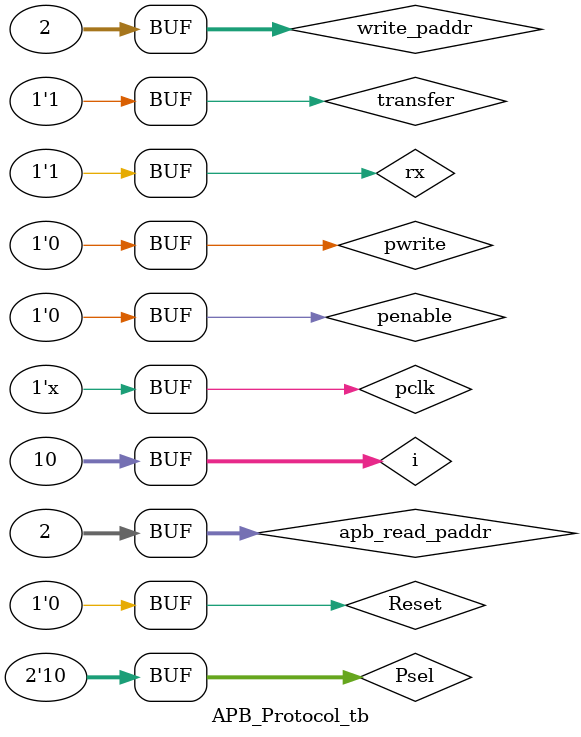
<source format=v>
`include "APB_Protocol.v"

`timescale 1ns/1ns

module APB_Protocol_tb;
    // Inputs
    reg pclk;
    reg penable;
    reg pwrite;
    reg transfer;
    reg Reset;
    reg [31:0] write_paddr;
    reg [31:0] apb_read_paddr;
    reg [31:0] write_data;
    reg [1:0] Psel;
    reg rx = 1;
    // Outputs
    wire [31:0] apb_read_data_out;
    integer i;

    // Instantiate the APB protocol module
    APB_Protcol A1 (pclk, penable, pwrite, transfer, Reset, write_paddr, apb_read_paddr, write_data, Psel, apb_read_data_out,rx);

    // Test vectors
    initial begin
    $dumpfile("dump2.vcd");
    $dumpvars(0,APB_Protocol_tb);
        // Initialize input signals
        pclk = 1'b0;
        penable = 1'b0;
        pwrite = 1'b0;
        transfer = 1'b0;
        Reset = 1'b0;
        write_paddr = 32'h00000000;
        apb_read_paddr = 32'h00000000;
        write_data = 32'h00000000;
        Psel = 2'b00;
        // Wait for the APB protocol module to reset
        // Assert the reset signal
        // Reset = 1'b1;
        // Wait for the APB protocol module to reset
        // Deassert the reset signal
        // Reset = 1'b0;
        // Wait for the APB protocol module to stabilize
        #30;
        
    
        // ++++++++++++++++++++++++++++++++ GPIO ++++++++++++++++++++++++++++++++
        Psel = 2'b01;
        transfer = 1'b1;
        // Write a value to the slave peripheral's memory
        penable = 1'b1;
        pwrite = 1'b1;
        write_paddr = 1'b1;
        write_data = 32'hABCD1234;
        #30 

        // Read a value from the slave peripheral's memory
        pwrite = 1'b0;
        apb_read_paddr = 1'b1;
        #30; 
        pwrite = 1'b1;
        write_paddr = 2'b10;
        write_data = 32'hAAA;
        #30;
        pwrite=1'b0;
        apb_read_paddr = 2'b10;
        #30;
        Psel = 1'b0;
        #30
        penable = 1'b0;

    
        // ++++++++++++++++++++++++++++++++ UART test ++++++++++++++++++++++++++++++++
        Psel = 2'b10;
        transfer = 1'b1;
        #10;
    
        // Trasmitter
        // push 8 elemnts in tx_fifo, in the next push 
        // fifo is full then PREADY remains 0 till timeout
        pwrite = 1'b1;
        for( i = 0 ; i < 10 ; i=i+1) begin
            #10
            write_data = $urandom % 256; // unsinged random number between 0 and 255
            penable = 1'b1;
            #10
            penable = 1'b0;
        end

        #100

        // Receiver 

        // try to read from rx_fifo while it is empty 
        // PREADY remains 0 till timeout
        penable = 1;
        pwrite = 0;
        #13
        penable = 0;

        #30

        // receive data then try to read from rx_fifo 
        // PREADY is 1 while rx_fifo is not empty
        // first byte
        rx = 0; // start bit
        #104166
        rx = 1;
        #104166
        rx = 0;
        #104166
        rx = 1;
        #104166
        rx = 0;
        #104166
        rx = 1;
        #104166
        rx = 0;
        #104166
        rx = 1;
        #104166
        rx = 0;
        #104166
        rx = 1; // stop bit
        #104166
        pwrite = 1'b0;

        // second byte
        rx = 0; // start bit
        #104166
        rx = 0;
        #104166
        rx = 0;
        #104166
        rx = 1;
        #104166
        rx = 1;
        #104166
        rx = 0;
        #104166
        rx = 0;
        #104166
        rx = 1;
        #104166
        rx = 1;
        #104166
        rx = 1; // stop bit
        #104166

        pwrite = 1'b0;
        penable = 1'b1;
        #13
        penable = 1'b0;
        #100
        penable = 1'b1;
        #13
        penable = 1'b0;
        #100
        penable = 1'b1;
        #13
        penable = 1'b0;
    end

    // Clock generator
    always #5 pclk <= ~pclk;
endmodule

</source>
